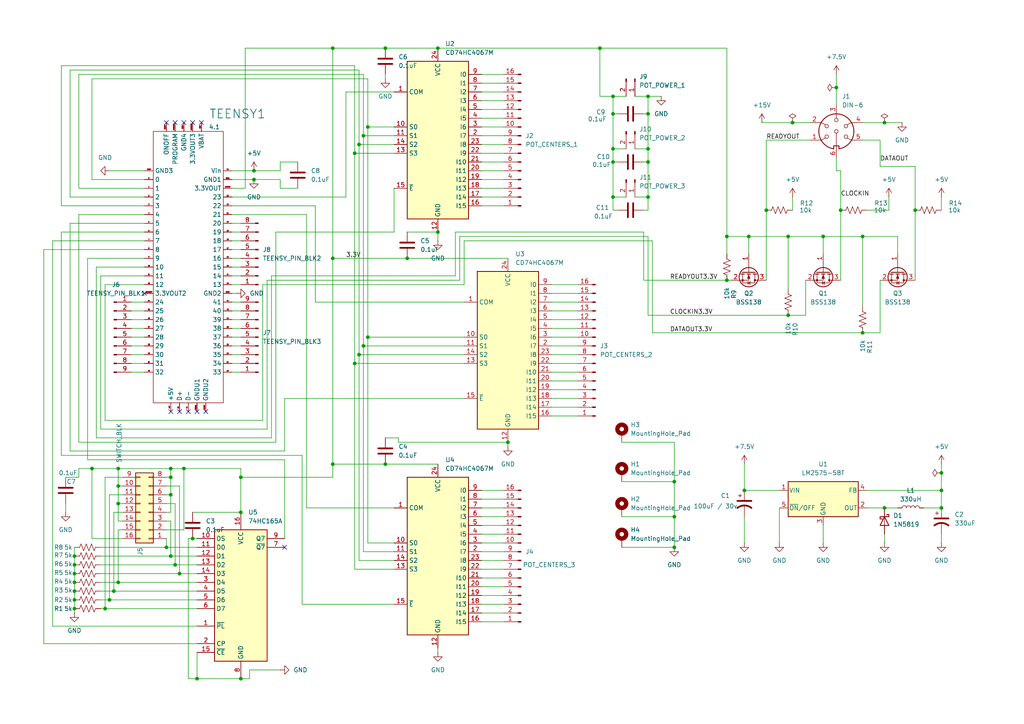
<source format=kicad_sch>
(kicad_sch (version 20250114) (generator "eeschema") (generator_version "9.0")
  (paper "A4")
  (title_block (title "Roland JX8P Controller Board") (date "2025-03-15") (rev "0.2") (company "SoftObject Systems"))
  (junction (at 256.54 35.56))
  (junction (at 49.53 161.29))
  (junction (at 55.88 156.21))
  (junction (at 187.96 46.99))
  (junction (at 177.8 43.18))
  (junction (at 30.48 176.53))
  (junction (at 49.53 143.51))
  (junction (at 127 13.97))
  (junction (at 187.96 27.94))
  (junction (at 31.75 173.99))
  (junction (at 243.84 60.96))
  (junction (at 34.29 140.97))
  (junction (at 177.8 46.99))
  (junction (at 242.57 25.4))
  (junction (at 195.58 158.75))
  (junction (at 69.85 148.59))
  (junction (at 96.52 74.93))
  (junction (at 273.05 147.32))
  (junction (at 34.29 146.05))
  (junction (at 111.76 134.62))
  (junction (at 187.96 57.15))
  (junction (at 48.26 158.75))
  (junction (at 187.96 43.18))
  (junction (at 105.41 39.37))
  (junction (at 273.05 137.16))
  (junction (at 33.02 171.45))
  (junction (at 96.52 13.97))
  (junction (at 228.6 91.44))
  (junction (at 21.59 166.37))
  (junction (at 256.54 147.32))
  (junction (at 215.9 142.24))
  (junction (at 49.53 138.43))
  (junction (at 210.82 68.58))
  (junction (at 105.41 100.33))
  (junction (at 50.8 163.83))
  (junction (at 69.85 138.43))
  (junction (at 106.68 97.79))
  (junction (at 73.66 52.07))
  (junction (at 222.25 60.96))
  (junction (at 21.59 161.29))
  (junction (at 49.53 135.89))
  (junction (at 34.29 168.91))
  (junction (at 73.66 49.53))
  (junction (at 34.29 135.89))
  (junction (at 102.87 105.41))
  (junction (at 217.17 68.58))
  (junction (at 104.14 41.91))
  (junction (at 21.59 173.99))
  (junction (at 187.96 33.02))
  (junction (at 53.34 135.89))
  (junction (at 238.76 68.58))
  (junction (at 57.15 196.85))
  (junction (at 21.59 171.45))
  (junction (at 104.14 102.87))
  (junction (at 69.85 196.85))
  (junction (at 21.59 176.53))
  (junction (at 229.87 35.56))
  (junction (at 118.11 74.93))
  (junction (at 26.67 135.89))
  (junction (at 52.07 166.37))
  (junction (at 177.8 33.02))
  (junction (at 250.19 96.52))
  (junction (at 265.43 60.96))
  (junction (at 173.99 13.97))
  (junction (at 102.87 44.45))
  (junction (at 147.32 128.27))
  (junction (at 195.58 149.86))
  (junction (at 210.82 81.28))
  (junction (at 111.76 13.97))
  (junction (at 21.59 163.83))
  (junction (at 106.68 36.83))
  (junction (at 177.8 57.15))
  (junction (at 250.19 68.58))
  (junction (at 273.05 142.24))
  (junction (at 21.59 168.91))
  (junction (at 177.8 27.94))
  (junction (at 195.58 139.7))
  (junction (at 127 67.31))
  (junction (at 96.52 134.62))
  (junction (at 228.6 68.58))
  (no_connect (at 50.8 35.56))
  (no_connect (at 58.42 35.56))
  (no_connect (at 57.15 119.38))
  (no_connect (at 54.61 119.38))
  (no_connect (at 59.69 119.38))
  (no_connect (at 55.88 35.56))
  (no_connect (at 49.53 119.38))
  (no_connect (at 52.07 119.38))
  (no_connect (at 41.91 85.09))
  (no_connect (at 53.34 35.56))
  (no_connect (at 82.55 158.75))
  (no_connect (at 48.26 35.56))
  (wire (pts (xy 41.91 54.61) (xy 22.86 54.61)))
  (wire (pts (xy 26.67 52.07) (xy 26.67 22.86)))
  (wire (pts (xy 12.7 186.69) (xy 57.15 186.69)))
  (wire (pts (xy 139.7 34.29) (xy 146.05 34.29)))
  (wire (pts (xy 48.26 143.51) (xy 49.53 143.51)))
  (wire (pts (xy 67.31 74.93) (xy 69.85 74.93)))
  (wire (pts (xy 106.68 97.79) (xy 134.62 97.79)))
  (wire (pts (xy 189.23 69.85) (xy 134.62 69.85)))
  (wire (pts (xy 180.34 128.27) (xy 195.58 128.27)))
  (wire (pts (xy 139.7 36.83) (xy 146.05 36.83)))
  (wire (pts (xy 21.59 168.91) (xy 21.59 171.45)))
  (wire (pts (xy 29.21 158.75) (xy 48.26 158.75)))
  (wire (pts (xy 19.05 146.05) (xy 19.05 148.59)))
  (wire (pts (xy 181.61 43.18) (xy 177.8 43.18)))
  (wire (pts (xy 187.96 46.99) (xy 187.96 43.18)))
  (wire (pts (xy 106.68 22.86) (xy 106.68 36.83)))
  (wire (pts (xy 132.08 80.01) (xy 78.74 80.01)))
  (wire (pts (xy 22.86 21.59) (xy 105.41 21.59)))
  (wire (pts (xy 67.31 54.61) (xy 71.12 54.61)))
  (wire (pts (xy 160.02 102.87) (xy 167.64 102.87)))
  (wire (pts (xy 251.46 142.24) (xy 273.05 142.24)))
  (wire (pts (xy 67.31 102.87) (xy 69.85 102.87)))
  (wire (pts (xy 111.76 134.62) (xy 96.52 134.62)))
  (wire (pts (xy 195.58 149.86) (xy 195.58 139.7)))
  (wire (pts (xy 217.17 68.58) (xy 217.17 73.66)))
  (wire (pts (xy 67.31 100.33) (xy 69.85 100.33)))
  (wire (pts (xy 255.27 96.52) (xy 255.27 81.28)))
  (wire (pts (xy 48.26 151.13) (xy 49.53 151.13)))
  (wire (pts (xy 69.85 138.43) (xy 69.85 148.59)))
  (wire (pts (xy 17.78 19.05) (xy 102.87 19.05)))
  (wire (pts (xy 21.59 158.75) (xy 21.59 161.29)))
  (wire (pts (xy 115.57 127) (xy 111.76 127)))
  (wire (pts (xy 50.8 163.83) (xy 57.15 163.83)))
  (wire (pts (xy 273.05 154.94) (xy 273.05 157.48)))
  (wire (pts (xy 78.74 127) (xy 27.94 127)))
  (wire (pts (xy 273.05 57.15) (xy 273.05 60.96)))
  (wire (pts (xy 160.02 113.03) (xy 167.64 113.03)))
  (wire (pts (xy 21.59 166.37) (xy 21.59 168.91)))
  (wire (pts (xy 242.57 49.53) (xy 242.57 45.72)))
  (wire (pts (xy 160.02 95.25) (xy 167.64 95.25)))
  (wire (pts (xy 114.3 157.48) (xy 106.68 157.48)))
  (wire (pts (xy 250.19 96.52) (xy 255.27 96.52)))
  (wire (pts (xy 29.21 124.46) (xy 29.21 80.01)))
  (wire (pts (xy 50.8 146.05) (xy 50.8 163.83)))
  (wire (pts (xy 160.02 120.65) (xy 167.64 120.65)))
  (wire (pts (xy 187.96 57.15) (xy 187.96 46.99)))
  (wire (pts (xy 67.31 87.63) (xy 69.85 87.63)))
  (wire (pts (xy 81.28 46.99) (xy 86.36 46.99)))
  (wire (pts (xy 160.02 90.17) (xy 167.64 90.17)))
  (wire (pts (xy 114.3 175.26) (xy 87.63 175.26)))
  (wire (pts (xy 139.7 24.13) (xy 146.05 24.13)))
  (wire (pts (xy 160.02 92.71) (xy 167.64 92.71)))
  (wire (pts (xy 48.26 158.75) (xy 57.15 158.75)))
  (wire (pts (xy 73.66 49.53) (xy 81.28 49.53)))
  (wire (pts (xy 187.96 27.94) (xy 187.96 33.02)))
  (wire (pts (xy 106.68 36.83) (xy 106.68 97.79)))
  (wire (pts (xy 72.39 194.31) (xy 81.28 194.31)))
  (wire (pts (xy 139.7 167.64) (xy 146.05 167.64)))
  (wire (pts (xy 160.02 110.49) (xy 167.64 110.49)))
  (wire (pts (xy 139.7 162.56) (xy 146.05 162.56)))
  (wire (pts (xy 52.07 166.37) (xy 57.15 166.37)))
  (wire (pts (xy 81.28 49.53) (xy 81.28 46.99)))
  (wire (pts (xy 139.7 57.15) (xy 146.05 57.15)))
  (wire (pts (xy 210.82 68.58) (xy 217.17 68.58)))
  (wire (pts (xy 17.78 132.08) (xy 17.78 67.31)))
  (wire (pts (xy 114.3 165.1) (xy 102.87 165.1)))
  (wire (pts (xy 69.85 196.85) (xy 57.15 196.85)))
  (wire (pts (xy 82.55 156.21) (xy 82.55 133.35)))
  (wire (pts (xy 250.19 68.58) (xy 238.76 68.58)))
  (wire (pts (xy 82.55 130.81) (xy 20.32 130.81)))
  (wire (pts (xy 67.31 105.41) (xy 69.85 105.41)))
  (wire (pts (xy 184.15 43.18) (xy 187.96 43.18)))
  (wire (pts (xy 29.21 168.91) (xy 34.29 168.91)))
  (wire (pts (xy 139.7 175.26) (xy 146.05 175.26)))
  (wire (pts (xy 29.21 80.01) (xy 41.91 80.01)))
  (wire (pts (xy 49.53 138.43) (xy 49.53 143.51)))
  (wire (pts (xy 139.7 154.94) (xy 146.05 154.94)))
  (wire (pts (xy 139.7 157.48) (xy 146.05 157.48)))
  (wire (pts (xy 67.31 90.17) (xy 69.85 90.17)))
  (wire (pts (xy 173.99 13.97) (xy 210.82 13.97)))
  (wire (pts (xy 34.29 135.89) (xy 34.29 140.97)))
  (wire (pts (xy 57.15 196.85) (xy 57.15 189.23)))
  (wire (pts (xy 100.33 26.67) (xy 114.3 26.67)))
  (wire (pts (xy 220.98 35.56) (xy 229.87 35.56)))
  (wire (pts (xy 38.1 95.25) (xy 41.91 95.25)))
  (wire (pts (xy 67.31 64.77) (xy 69.85 64.77)))
  (wire (pts (xy 38.1 87.63) (xy 41.91 87.63)))
  (wire (pts (xy 179.07 33.02) (xy 177.8 33.02)))
  (wire (pts (xy 12.7 72.39) (xy 12.7 186.69)))
  (wire (pts (xy 29.21 176.53) (xy 30.48 176.53)))
  (wire (pts (xy 177.8 27.94) (xy 181.61 27.94)))
  (wire (pts (xy 160.02 107.95) (xy 167.64 107.95)))
  (wire (pts (xy 139.7 170.18) (xy 146.05 170.18)))
  (wire (pts (xy 96.52 138.43) (xy 96.52 134.62)))
  (wire (pts (xy 134.62 115.57) (xy 82.55 115.57)))
  (wire (pts (xy 88.9 147.32) (xy 114.3 147.32)))
  (wire (pts (xy 26.67 22.86) (xy 106.68 22.86)))
  (wire (pts (xy 22.86 54.61) (xy 22.86 21.59)))
  (wire (pts (xy 195.58 139.7) (xy 180.34 139.7)))
  (wire (pts (xy 189.23 96.52) (xy 250.19 96.52)))
  (wire (pts (xy 82.55 115.57) (xy 82.55 130.81)))
  (wire (pts (xy 21.59 163.83) (xy 21.59 166.37)))
  (wire (pts (xy 187.96 43.18) (xy 187.96 33.02)))
  (wire (pts (xy 228.6 91.44) (xy 233.68 91.44)))
  (wire (pts (xy 17.78 59.69) (xy 17.78 19.05)))
  (wire (pts (xy 229.87 57.15) (xy 229.87 60.96)))
  (wire (pts (xy 31.75 49.53) (xy 41.91 49.53)))
  (wire (pts (xy 256.54 35.56) (xy 261.62 35.56)))
  (wire (pts (xy 105.41 100.33) (xy 134.62 100.33)))
  (wire (pts (xy 222.25 40.64) (xy 222.25 60.96)))
  (wire (pts (xy 256.54 154.94) (xy 256.54 157.48)))
  (wire (pts (xy 33.02 148.59) (xy 33.02 171.45)))
  (wire (pts (xy 102.87 19.05) (xy 102.87 44.45)))
  (wire (pts (xy 55.88 148.59) (xy 69.85 148.59)))
  (wire (pts (xy 267.97 147.32) (xy 273.05 147.32)))
  (wire (pts (xy 48.26 140.97) (xy 52.07 140.97)))
  (wire (pts (xy 257.81 60.96) (xy 257.81 57.15)))
  (wire (pts (xy 139.7 59.69) (xy 146.05 59.69)))
  (wire (pts (xy 25.4 133.35) (xy 25.4 74.93)))
  (wire (pts (xy 48.26 138.43) (xy 49.53 138.43)))
  (wire (pts (xy 102.87 165.1) (xy 102.87 105.41)))
  (wire (pts (xy 91.44 59.69) (xy 91.44 87.63)))
  (wire (pts (xy 35.56 138.43) (xy 30.48 138.43)))
  (wire (pts (xy 105.41 100.33) (xy 105.41 160.02)))
  (wire (pts (xy 139.7 26.67) (xy 146.05 26.67)))
  (wire (pts (xy 139.7 160.02) (xy 146.05 160.02)))
  (wire (pts (xy 114.3 54.61) (xy 114.3 67.31)))
  (wire (pts (xy 35.56 153.67) (xy 34.29 153.67)))
  (wire (pts (xy 114.3 162.56) (xy 104.14 162.56)))
  (wire (pts (xy 139.7 39.37) (xy 146.05 39.37)))
  (wire (pts (xy 226.06 142.24) (xy 215.9 142.24)))
  (wire (pts (xy 226.06 147.32) (xy 226.06 157.48)))
  (wire (pts (xy 139.7 31.75) (xy 146.05 31.75)))
  (wire (pts (xy 127 13.97) (xy 111.76 13.97)))
  (wire (pts (xy 30.48 82.55) (xy 41.91 82.55)))
  (wire (pts (xy 127 134.62) (xy 111.76 134.62)))
  (wire (pts (xy 21.59 173.99) (xy 21.59 176.53)))
  (wire (pts (xy 222.25 60.96) (xy 222.25 81.28)))
  (wire (pts (xy 35.56 148.59) (xy 33.02 148.59)))
  (wire (pts (xy 160.02 105.41) (xy 167.64 105.41)))
  (wire (pts (xy 67.31 69.85) (xy 69.85 69.85)))
  (wire (pts (xy 160.02 97.79) (xy 167.64 97.79)))
  (wire (pts (xy 173.99 27.94) (xy 177.8 27.94)))
  (wire (pts (xy 184.15 57.15) (xy 187.96 57.15)))
  (wire (pts (xy 187.96 57.15) (xy 187.96 60.96)))
  (wire (pts (xy 243.84 60.96) (xy 243.84 49.53)))
  (wire (pts (xy 127 187.96) (xy 127 189.23)))
  (wire (pts (xy 54.61 196.85) (xy 57.15 196.85)))
  (wire (pts (xy 15.24 181.61) (xy 57.15 181.61)))
  (wire (pts (xy 217.17 68.58) (xy 228.6 68.58)))
  (wire (pts (xy 20.32 130.81) (xy 20.32 64.77)))
  (wire (pts (xy 160.02 85.09) (xy 167.64 85.09)))
  (wire (pts (xy 139.7 177.8) (xy 146.05 177.8)))
  (wire (pts (xy 67.31 77.47) (xy 69.85 77.47)))
  (wire (pts (xy 21.59 161.29) (xy 21.59 163.83)))
  (wire (pts (xy 33.02 171.45) (xy 57.15 171.45)))
  (wire (pts (xy 67.31 107.95) (xy 69.85 107.95)))
  (wire (pts (xy 139.7 21.59) (xy 146.05 21.59)))
  (wire (pts (xy 106.68 36.83) (xy 114.3 36.83)))
  (wire (pts (xy 256.54 147.32) (xy 260.35 147.32)))
  (wire (pts (xy 127 13.97) (xy 173.99 13.97)))
  (wire (pts (xy 260.35 68.58) (xy 250.19 68.58)))
  (wire (pts (xy 67.31 52.07) (xy 73.66 52.07)))
  (wire (pts (xy 67.31 92.71) (xy 69.85 92.71)))
  (wire (pts (xy 67.31 97.79) (xy 69.85 97.79)))
  (wire (pts (xy 115.57 128.27) (xy 115.57 127)))
  (wire (pts (xy 139.7 41.91) (xy 146.05 41.91)))
  (wire (pts (xy 54.61 156.21) (xy 54.61 196.85)))
  (wire (pts (xy 22.86 62.23) (xy 41.91 62.23)))
  (wire (pts (xy 53.34 135.89) (xy 49.53 135.89)))
  (wire (pts (xy 69.85 138.43) (xy 69.85 135.89)))
  (wire (pts (xy 30.48 121.92) (xy 30.48 82.55)))
  (wire (pts (xy 147.32 128.27) (xy 147.32 129.54)))
  (wire (pts (xy 177.8 57.15) (xy 177.8 46.99)))
  (wire (pts (xy 41.91 57.15) (xy 20.32 57.15)))
  (wire (pts (xy 41.91 69.85) (xy 15.24 69.85)))
  (wire (pts (xy 104.14 20.32) (xy 104.14 41.91)))
  (wire (pts (xy 139.7 44.45) (xy 146.05 44.45)))
  (wire (pts (xy 77.47 124.46) (xy 29.21 124.46)))
  (wire (pts (xy 34.29 135.89) (xy 49.53 135.89)))
  (wire (pts (xy 38.1 107.95) (xy 41.91 107.95)))
  (wire (pts (xy 160.02 100.33) (xy 167.64 100.33)))
  (wire (pts (xy 80.01 67.31) (xy 80.01 128.27)))
  (wire (pts (xy 67.31 67.31) (xy 69.85 67.31)))
  (wire (pts (xy 96.52 74.93) (xy 96.52 13.97)))
  (wire (pts (xy 181.61 57.15) (xy 177.8 57.15)))
  (wire (pts (xy 118.11 74.93) (xy 96.52 74.93)))
  (wire (pts (xy 243.84 81.28) (xy 243.84 60.96)))
  (wire (pts (xy 76.2 82.55) (xy 76.2 121.92)))
  (wire (pts (xy 67.31 82.55) (xy 69.85 82.55)))
  (wire (pts (xy 29.21 166.37) (xy 52.07 166.37)))
  (wire (pts (xy 25.4 74.93) (xy 41.91 74.93)))
  (wire (pts (xy 19.05 138.43) (xy 22.86 138.43)))
  (wire (pts (xy 34.29 146.05) (xy 34.29 140.97)))
  (wire (pts (xy 180.34 158.75) (xy 195.58 158.75)))
  (wire (pts (xy 53.34 135.89) (xy 53.34 153.67)))
  (wire (pts (xy 106.68 157.48) (xy 106.68 97.79)))
  (wire (pts (xy 82.55 133.35) (xy 25.4 133.35)))
  (wire (pts (xy 35.56 146.05) (xy 34.29 146.05)))
  (wire (pts (xy 210.82 81.28) (xy 212.09 81.28)))
  (wire (pts (xy 118.11 67.31) (xy 127 67.31)))
  (wire (pts (xy 132.08 67.31) (xy 132.08 80.01)))
  (wire (pts (xy 49.53 161.29) (xy 57.15 161.29)))
  (wire (pts (xy 69.85 135.89) (xy 53.34 135.89)))
  (wire (pts (xy 251.46 60.96) (xy 257.81 60.96)))
  (wire (pts (xy 38.1 102.87) (xy 41.91 102.87)))
  (wire (pts (xy 104.14 41.91) (xy 114.3 41.91)))
  (wire (pts (xy 49.53 135.89) (xy 49.53 138.43)))
  (wire (pts (xy 134.62 102.87) (xy 104.14 102.87)))
  (wire (pts (xy 186.69 67.31) (xy 186.69 81.28)))
  (wire (pts (xy 34.29 153.67) (xy 34.29 168.91)))
  (wire (pts (xy 139.7 29.21) (xy 146.05 29.21)))
  (wire (pts (xy 104.14 102.87) (xy 104.14 41.91)))
  (wire (pts (xy 179.07 60.96) (xy 177.8 60.96)))
  (wire (pts (xy 35.56 143.51) (xy 31.75 143.51)))
  (wire (pts (xy 210.82 13.97) (xy 210.82 68.58)))
  (wire (pts (xy 105.41 21.59) (xy 105.41 39.37)))
  (wire (pts (xy 180.34 149.86) (xy 195.58 149.86)))
  (wire (pts (xy 48.26 156.21) (xy 48.26 158.75)))
  (wire (pts (xy 29.21 161.29) (xy 49.53 161.29)))
  (wire (pts (xy 49.53 151.13) (xy 49.53 161.29)))
  (wire (pts (xy 34.29 168.91) (xy 57.15 168.91)))
  (wire (pts (xy 100.33 57.15) (xy 100.33 26.67)))
  (wire (pts (xy 41.91 59.69) (xy 17.78 59.69)))
  (wire (pts (xy 139.7 152.4) (xy 146.05 152.4)))
  (wire (pts (xy 29.21 171.45) (xy 33.02 171.45)))
  (wire (pts (xy 96.52 134.62) (xy 96.52 74.93)))
  (wire (pts (xy 67.31 57.15) (xy 100.33 57.15)))
  (wire (pts (xy 29.21 163.83) (xy 50.8 163.83)))
  (wire (pts (xy 17.78 67.31) (xy 41.91 67.31)))
  (wire (pts (xy 105.41 39.37) (xy 105.41 100.33)))
  (wire (pts (xy 273.05 134.62) (xy 273.05 137.16)))
  (wire (pts (xy 38.1 100.33) (xy 41.91 100.33)))
  (wire (pts (xy 222.25 40.64) (xy 234.95 40.64)))
  (wire (pts (xy 31.75 173.99) (xy 57.15 173.99)))
  (wire (pts (xy 30.48 138.43) (xy 30.48 176.53)))
  (wire (pts (xy 228.6 68.58) (xy 228.6 83.82)))
  (wire (pts (xy 105.41 160.02) (xy 114.3 160.02)))
  (wire (pts (xy 86.36 54.61) (xy 81.28 54.61)))
  (wire (pts (xy 187.96 27.94) (xy 191.77 27.94)))
  (wire (pts (xy 114.3 67.31) (xy 80.01 67.31)))
  (wire (pts (xy 77.47 81.28) (xy 77.47 124.46)))
  (wire (pts (xy 250.19 68.58) (xy 250.19 88.9)))
  (wire (pts (xy 72.39 196.85) (xy 69.85 196.85)))
  (wire (pts (xy 228.6 68.58) (xy 238.76 68.58)))
  (wire (pts (xy 67.31 62.23) (xy 88.9 62.23)))
  (wire (pts (xy 71.12 13.97) (xy 71.12 54.61)))
  (wire (pts (xy 111.76 21.59) (xy 111.76 22.86)))
  (wire (pts (xy 41.91 52.07) (xy 26.67 52.07)))
  (wire (pts (xy 186.69 81.28) (xy 210.82 81.28)))
  (wire (pts (xy 160.02 118.11) (xy 167.64 118.11)))
  (wire (pts (xy 80.01 128.27) (xy 22.86 128.27)))
  (wire (pts (xy 31.75 143.51) (xy 31.75 173.99)))
  (wire (pts (xy 238.76 152.4) (xy 238.76 157.48)))
  (wire (pts (xy 48.26 146.05) (xy 50.8 146.05)))
  (wire (pts (xy 96.52 13.97) (xy 71.12 13.97)))
  (wire (pts (xy 104.14 162.56) (xy 104.14 102.87)))
  (wire (pts (xy 67.31 72.39) (xy 69.85 72.39)))
  (wire (pts (xy 34.29 135.89) (xy 26.67 135.89)))
  (wire (pts (xy 255.27 48.26) (xy 265.43 48.26)))
  (wire (pts (xy 67.31 80.01) (xy 69.85 80.01)))
  (wire (pts (xy 139.7 144.78) (xy 146.05 144.78)))
  (wire (pts (xy 78.74 80.01) (xy 78.74 127)))
  (wire (pts (xy 160.02 82.55) (xy 167.64 82.55)))
  (wire (pts (xy 134.62 69.85) (xy 134.62 82.55)))
  (wire (pts (xy 273.05 137.16) (xy 273.05 142.24)))
  (wire (pts (xy 67.31 49.53) (xy 73.66 49.53)))
  (wire (pts (xy 177.8 43.18) (xy 177.8 33.02)))
  (wire (pts (xy 27.94 127) (xy 27.94 77.47)))
  (wire (pts (xy 55.88 156.21) (xy 54.61 156.21)))
  (wire (pts (xy 186.69 60.96) (xy 187.96 60.96)))
  (wire (pts (xy 173.99 13.97) (xy 173.99 27.94)))
  (wire (pts (xy 29.21 173.99) (xy 31.75 173.99)))
  (wire (pts (xy 195.58 158.75) (xy 195.58 149.86)))
  (wire (pts (xy 81.28 54.61) (xy 81.28 52.07)))
  (wire (pts (xy 26.67 135.89) (xy 22.86 135.89)))
  (wire (pts (xy 21.59 171.45) (xy 21.59 173.99)))
  (wire (pts (xy 69.85 138.43) (xy 96.52 138.43)))
  (wire (pts (xy 35.56 140.97) (xy 34.29 140.97)))
  (wire (pts (xy 38.1 105.41) (xy 41.91 105.41)))
  (wire (pts (xy 73.66 52.07) (xy 81.28 52.07)))
  (wire (pts (xy 91.44 87.63) (xy 134.62 87.63)))
  (wire (pts (xy 38.1 90.17) (xy 41.91 90.17)))
  (wire (pts (xy 72.39 194.31) (xy 72.39 196.85)))
  (wire (pts (xy 67.31 95.25) (xy 69.85 95.25)))
  (wire (pts (xy 139.7 149.86) (xy 146.05 149.86)))
  (wire (pts (xy 139.7 52.07) (xy 146.05 52.07)))
  (wire (pts (xy 255.27 40.64) (xy 255.27 48.26)))
  (wire (pts (xy 21.59 176.53) (xy 21.59 177.8)))
  (wire (pts (xy 20.32 20.32) (xy 104.14 20.32)))
  (wire (pts (xy 243.84 49.53) (xy 242.57 49.53)))
  (wire (pts (xy 139.7 46.99) (xy 146.05 46.99)))
  (wire (pts (xy 187.96 91.44) (xy 228.6 91.44)))
  (wire (pts (xy 139.7 49.53) (xy 146.05 49.53)))
  (wire (pts (xy 251.46 147.32) (xy 256.54 147.32)))
  (wire (pts (xy 250.19 40.64) (xy 255.27 40.64)))
  (wire (pts (xy 87.63 132.08) (xy 87.63 175.26)))
  (wire (pts (xy 187.96 68.58) (xy 187.96 91.44)))
  (wire (pts (xy 102.87 105.41) (xy 102.87 44.45)))
  (wire (pts (xy 139.7 165.1) (xy 146.05 165.1)))
  (wire (pts (xy 139.7 180.34) (xy 146.05 180.34)))
  (wire (pts (xy 147.32 74.93) (xy 118.11 74.93)))
  (wire (pts (xy 105.41 39.37) (xy 114.3 39.37)))
  (wire (pts (xy 17.78 132.08) (xy 87.63 132.08)))
  (wire (pts (xy 49.53 148.59) (xy 49.53 143.51)))
  (wire (pts (xy 48.26 153.67) (xy 53.34 153.67)))
  (wire (pts (xy 160.02 87.63) (xy 167.64 87.63)))
  (wire (pts (xy 186.69 33.02) (xy 187.96 33.02)))
  (wire (pts (xy 67.31 59.69) (xy 91.44 59.69)))
  (wire (pts (xy 48.26 148.59) (xy 49.53 148.59)))
  (wire (pts (xy 238.76 68.58) (xy 238.76 73.66)))
  (wire (pts (xy 76.2 121.92) (xy 30.48 121.92)))
  (wire (pts (xy 177.8 46.99) (xy 177.8 43.18)))
  (wire (pts (xy 111.76 13.97) (xy 96.52 13.97)))
  (wire (pts (xy 127 67.31) (xy 127 69.85)))
  (wire (pts (xy 27.94 77.47) (xy 41.91 77.47)))
  (wire (pts (xy 133.35 68.58) (xy 133.35 81.28)))
  (wire (pts (xy 35.56 151.13) (xy 34.29 151.13)))
  (wire (pts (xy 38.1 97.79) (xy 41.91 97.79)))
  (wire (pts (xy 139.7 147.32) (xy 146.05 147.32)))
  (wire (pts (xy 38.1 92.71) (xy 41.91 92.71)))
  (wire (pts (xy 184.15 27.94) (xy 187.96 27.94)))
  (wire (pts (xy 229.87 35.56) (xy 234.95 35.56)))
  (wire (pts (xy 134.62 82.55) (xy 76.2 82.55)))
  (wire (pts (xy 242.57 25.4) (xy 242.57 30.48)))
  (wire (pts (xy 265.43 60.96) (xy 265.43 81.28)))
  (wire (pts (xy 139.7 142.24) (xy 146.05 142.24)))
  (wire (pts (xy 26.67 156.21) (xy 26.67 135.89)))
  (wire (pts (xy 41.91 72.39) (xy 12.7 72.39)))
  (wire (pts (xy 22.86 128.27) (xy 22.86 62.23)))
  (wire (pts (xy 195.58 128.27) (xy 195.58 139.7)))
  (wire (pts (xy 186.69 67.31) (xy 132.08 67.31)))
  (wire (pts (xy 177.8 46.99) (xy 179.07 46.99)))
  (wire (pts (xy 242.57 21.59) (xy 242.57 25.4)))
  (wire (pts (xy 215.9 149.86) (xy 215.9 157.48)))
  (wire (pts (xy 139.7 172.72) (xy 146.05 172.72)))
  (wire (pts (xy 233.68 91.44) (xy 233.68 81.28)))
  (wire (pts (xy 187.96 68.58) (xy 133.35 68.58)))
  (wire (pts (xy 260.35 73.66) (xy 260.35 68.58)))
  (wire (pts (xy 34.29 151.13) (xy 34.29 146.05)))
  (wire (pts (xy 177.8 27.94) (xy 177.8 33.02)))
  (wire (pts (xy 15.24 69.85) (xy 15.24 181.61)))
  (wire (pts (xy 88.9 62.23) (xy 88.9 147.32)))
  (wire (pts (xy 210.82 68.58) (xy 210.82 73.66)))
  (wire (pts (xy 68.58 85.09) (xy 67.31 85.09)))
  (wire (pts (xy 265.43 48.26) (xy 265.43 60.96)))
  (wire (pts (xy 20.32 57.15) (xy 20.32 20.32)))
  (wire (pts (xy 160.02 115.57) (xy 167.64 115.57)))
  (wire (pts (xy 186.69 46.99) (xy 187.96 46.99)))
  (wire (pts (xy 30.48 176.53) (xy 57.15 176.53)))
  (wire (pts (xy 250.19 35.56) (xy 256.54 35.56)))
  (wire (pts (xy 273.05 142.24) (xy 273.05 147.32)))
  (wire (pts (xy 52.07 140.97) (xy 52.07 166.37)))
  (wire (pts (xy 134.62 105.41) (xy 102.87 105.41)))
  (wire (pts (xy 133.35 81.28) (xy 77.47 81.28)))
  (wire (pts (xy 115.57 128.27) (xy 147.32 128.27)))
  (wire (pts (xy 102.87 44.45) (xy 114.3 44.45)))
  (wire (pts (xy 22.86 135.89) (xy 22.86 138.43)))
  (wire (pts (xy 35.56 156.21) (xy 26.67 156.21)))
  (wire (pts (xy 189.23 69.85) (xy 189.23 96.52)))
  (wire (pts (xy 20.32 64.77) (xy 41.91 64.77)))
  (wire (pts (xy 215.9 134.62) (xy 215.9 142.24)))
  (wire (pts (xy 139.7 54.61) (xy 146.05 54.61)))
  (wire (pts (xy 177.8 57.15) (xy 177.8 60.96)))
  (wire (pts (xy 57.15 156.21) (xy 55.88 156.21)))
  (label "CLOCKIN3.3V" (at 194.31 91.44 0))
  (label "READYOUT3.3V" (at 194.31 81.28 0))
  (label "DATAOUT" (at 255.27 46.99 0))
  (label "CLOCKIN" (at 243.84 57.15 0))
  (label "READYOUT" (at 222.25 40.64 0))
  (label "DATAOUT3.3V" (at 194.31 96.52 0))
  (label "3.3V" (at 100.33 74.93 0))
  (symbol (lib_id "power:+3.3V") (at 257.81 57.15 0) (unit 1)
    (property "Reference" "#PWR024" (effects (hide yes)))
    (property "Value" "+5V" (at 257.81 52.07 0))
    (property "Description" "Power symbol creates a global label with name \"+3.3V\"" (effects (hide yes)))
  )
  (symbol (lib_id "power:GND") (at 191.77 27.94 0) (unit 1)
    (property "Reference" "#PWR027" (effects (hide yes)))
    (property "Value" "GND" (at 191.77 33.02 0))
    (property "Description" "Power symbol creates a global label with name \"GND\" , ground" (effects (hide yes)))
  )
  (symbol (lib_id "Diode:1N5822") (at 256.54 151.13 270) (unit 1)
    (property "Reference" "D1" (at 259.08 149.5424 90) (effects (justify left)))
    (property "Value" "1N5819" (at 259.08 152.0824 90) (effects (justify left)))
    (property "Footprint" "Diode_THT:D_DO-15_P10.16mm_Horizontal" (effects (hide yes)))
    (property "Datasheet" "http://www.vishay.com/docs/88526/1n5820.pdf" (effects (hide yes)))
    (property "Description" "40V 3A Schottky Barrier Rectifier Diode, DO-201AD" (effects (hide yes)))
  )
  (symbol (lib_id "Connector_Generic:Conn_02x08_Counter_Clockwise") (at 43.18 148.59 180) (unit 1)
    (property "Reference" "J5" (at 40.6399 158.75 90) (effects (justify left)))
    (property "Value" "SWITCH_BLK" (at 34.544 122.682 90) (effects (justify left)))
    (property "Footprint" "Connector_PinHeader_2.54mm:PinHeader_2x08_P2.54mm_Vertical" (effects (hide yes)))
    (property "Description" "Generic connector, double row, 02x08, counter clockwise pin numbering scheme (similar to DIP package numbering), script generated (kicad-library-utils/schlib/autogen/connector/)" (effects (hide yes)))
  )
  (symbol (lib_id "Device:R_US") (at 25.4 173.99 90) (unit 1)
    (property "Reference" "R2" (at 17.018 173.99 90))
    (property "Value" "5k" (at 19.812 173.99 90))
    (property "Footprint" "Resistor_THT:R_Axial_DIN0204_L3.6mm_D1.6mm_P7.62mm_Horizontal" (effects (hide yes)))
    (property "Description" "Resistor, US symbol" (effects (hide yes)))
  )
  (symbol (lib_id "Device:R_US") (at 25.4 166.37 90) (unit 1)
    (property "Reference" "R5" (at 17.018 166.116 90))
    (property "Value" "5k" (at 19.812 166.116 90))
    (property "Footprint" "Resistor_THT:R_Axial_DIN0204_L3.6mm_D1.6mm_P7.62mm_Horizontal" (effects (hide yes)))
    (property "Description" "Resistor, US symbol" (effects (hide yes)))
  )
  (symbol (lib_id "JoesSymbols:TEENSY") (at 57.15 63.5 0) (unit 1)
    (property "Reference" "TEENSY1" (at 60.5633 33.02 0) (effects (font (size 2.54 2.54)) (justify left)))
    (property "Value" "4.1" (at 60.5633 36.83 0) (effects (justify left)))
    (property "Footprint" "JoesStuff:Teensy4.1" (effects (hide yes)))
  )
  (symbol (lib_id "Device:C") (at 182.88 33.02 90) (unit 1)
    (property "Reference" "C9" (at 174.244 32.512 90))
    (property "Value" "0.1uF" (at 173.228 34.544 90))
    (property "Footprint" "Capacitor_THT:C_Disc_D5.0mm_W2.5mm_P2.50mm" (effects (hide yes)))
    (property "Description" "Unpolarized capacitor" (effects (hide yes)))
  )
  (symbol (lib_id "Transistor_FET:BSS138") (at 260.35 78.74 270) (unit 1)
    (property "Reference" "Q3" (at 260.35 85.09 90))
    (property "Value" "BSS138" (at 260.35 87.63 90))
    (property "Footprint" "Package_TO_SOT_SMD:SOT-23" (effects (hide yes)))
    (property "Datasheet" "https://www.onsemi.com/pub/Collateral/BSS138-D.PDF" (effects (hide yes)))
    (property "Description" "50V Vds, 0.22A Id, N-Channel MOSFET, SOT-23" (effects (hide yes)))
  )
  (symbol (lib_id "Device:R_US") (at 210.82 77.47 180) (unit 1)
    (property "Reference" "R9" (at 212.852 85.344 90))
    (property "Value" "10k" (at 210.82 85.09 90))
    (property "Footprint" "Resistor_THT:R_Axial_DIN0204_L3.6mm_D1.6mm_P7.62mm_Horizontal" (effects (hide yes)))
    (property "Description" "Resistor, US symbol" (effects (hide yes)))
  )
  (symbol (lib_id "Device:R_US") (at 25.4 163.83 90) (unit 1)
    (property "Reference" "R6" (at 17.018 163.576 90))
    (property "Value" "5k" (at 19.812 163.576 90))
    (property "Footprint" "Resistor_THT:R_Axial_DIN0204_L3.6mm_D1.6mm_P7.62mm_Horizontal" (effects (hide yes)))
    (property "Description" "Resistor, US symbol" (effects (hide yes)))
  )
  (symbol (lib_id "Regulator_Switching:LM2575-3.3BT") (at 238.76 144.78 0) (unit 1)
    (property "Reference" "U1" (at 238.76 134.62 0))
    (property "Value" "LM2575-5BT" (at 238.76 137.16 0))
    (property "Footprint" "Package_TO_SOT_THT:TO-220-5_Vertical" (effects (hide yes)))
    (property "Datasheet" "http://ww1.microchip.com/downloads/en/DeviceDoc/lm2575.pdf" (effects (hide yes)))
    (property "Description" "Fixed 3.3V 52kHz Simple 1A Buck Regulator, TO-220-5" (effects (hide yes)))
  )
  (symbol (lib_id "Device:R_US") (at 25.4 158.75 90) (unit 1)
    (property "Reference" "R8" (at 17.018 158.75 90))
    (property "Value" "5k" (at 19.812 158.75 90))
    (property "Footprint" "Resistor_THT:R_Axial_DIN0204_L3.6mm_D1.6mm_P7.62mm_Horizontal" (effects (hide yes)))
    (property "Description" "Resistor, US symbol" (effects (hide yes)))
  )
  (symbol (lib_id "Device:R_US") (at 228.6 87.63 180) (unit 1)
    (property "Reference" "R10" (at 230.632 95.504 90))
    (property "Value" "10k" (at 228.6 95.25 90))
    (property "Footprint" "Resistor_THT:R_Axial_DIN0204_L3.6mm_D1.6mm_P7.62mm_Horizontal" (effects (hide yes)))
    (property "Description" "Resistor, US symbol" (effects (hide yes)))
  )
  (symbol (lib_id "Transistor_FET:BSS138") (at 238.76 78.74 270) (unit 1)
    (property "Reference" "Q1" (at 238.76 85.09 90))
    (property "Value" "BSS138" (at 238.76 87.63 90))
    (property "Footprint" "Package_TO_SOT_SMD:SOT-23" (effects (hide yes)))
    (property "Datasheet" "https://www.onsemi.com/pub/Collateral/BSS138-D.PDF" (effects (hide yes)))
    (property "Description" "50V Vds, 0.22A Id, N-Channel MOSFET, SOT-23" (effects (hide yes)))
  )
  (symbol (lib_id "power:GND") (at 273.05 157.48 0) (unit 1)
    (property "Reference" "#PWR09" (effects (hide yes)))
    (property "Value" "GND" (at 273.05 162.56 0))
    (property "Description" "Power symbol creates a global label with name \"GND\" , ground" (effects (hide yes)))
  )
  (symbol (lib_id "Connector:Conn_01x02_Pin") (at 184.15 38.1 270) (unit 1)
    (property "Reference" "J10" (at 185.42 37.4649 90) (effects (justify left)))
    (property "Value" "POT_POWER_2" (at 185.42 40.0049 90) (effects (justify left)))
    (property "Footprint" "Connector_PinHeader_2.54mm:PinHeader_1x02_P2.54mm_Vertical" (effects (hide yes)))
    (property "Description" "Generic connector, single row, 01x02, script generated" (effects (hide yes)))
  )
  (symbol (lib_id "Connector:Conn_01x02_Pin") (at 184.15 52.07 270) (unit 1)
    (property "Reference" "J11" (at 185.42 51.4349 90) (effects (justify left)))
    (property "Value" "POT_POWER_3" (at 185.42 53.9749 90) (effects (justify left)))
    (property "Footprint" "Connector_PinHeader_2.54mm:PinHeader_1x02_P2.54mm_Vertical" (effects (hide yes)))
    (property "Description" "Generic connector, single row, 01x02, script generated" (effects (hide yes)))
  )
  (symbol (lib_id "Device:C") (at 182.88 46.99 90) (unit 1)
    (property "Reference" "C10" (at 175.006 45.466 90))
    (property "Value" "0.1uF" (at 174.498 47.752 90))
    (property "Footprint" "Capacitor_THT:C_Disc_D5.0mm_W2.5mm_P2.50mm" (effects (hide yes)))
    (property "Description" "Unpolarized capacitor" (effects (hide yes)))
  )
  (symbol (lib_id "power:+7.5V") (at 215.9 134.62 0) (unit 1)
    (property "Reference" "#PWR04" (effects (hide yes)))
    (property "Value" "+7.5V" (at 215.9 129.54 0))
    (property "Description" "Power symbol creates a global label with name \"+7.5V\"" (effects (hide yes)))
  )
  (symbol (lib_id "power:GND") (at 226.06 157.48 0) (unit 1)
    (property "Reference" "#PWR06" (effects (hide yes)))
    (property "Value" "GND" (at 226.06 162.56 0))
    (property "Description" "Power symbol creates a global label with name \"GND\" , ground" (effects (hide yes)))
  )
  (symbol (lib_id "Device:C") (at 111.76 130.81 0) (unit 1)
    (property "Reference" "C4" (at 115.57 129.5399 0) (effects (justify left)))
    (property "Value" "0.1uF" (at 115.57 132.0799 0) (effects (justify left)))
    (property "Footprint" "Capacitor_THT:C_Disc_D5.0mm_W2.5mm_P2.50mm" (effects (hide yes)))
    (property "Description" "Unpolarized capacitor" (effects (hide yes)))
  )
  (symbol (lib_id "Device:R_US") (at 25.4 168.91 90) (unit 1)
    (property "Reference" "R4" (at 17.018 168.656 90))
    (property "Value" "5k" (at 19.812 168.656 90))
    (property "Footprint" "Resistor_THT:R_Axial_DIN0204_L3.6mm_D1.6mm_P7.62mm_Horizontal" (effects (hide yes)))
    (property "Description" "Resistor, US symbol" (effects (hide yes)))
  )
  (symbol (lib_id "power:GND") (at 19.05 148.59 0) (unit 1)
    (property "Reference" "#PWR021" (effects (hide yes)))
    (property "Value" "GND" (at 19.05 153.67 0))
    (property "Description" "Power symbol creates a global label with name \"GND\" , ground" (effects (hide yes)))
  )
  (symbol (lib_id "power:PWR_FLAG") (at 242.57 25.4 90) (unit 1)
    (property "Reference" "#FLG02" (effects (hide yes)))
    (property "Value" "PWR_FLAG" (effects (hide yes)))
    (property "Description" "Special symbol for telling ERC where power comes from" (effects (hide yes)))
  )
  (symbol (lib_id "power:GND") (at 238.76 157.48 0) (unit 1)
    (property "Reference" "#PWR07" (effects (hide yes)))
    (property "Value" "GND" (at 238.76 162.56 0))
    (property "Description" "Power symbol creates a global label with name \"GND\" , ground" (effects (hide yes)))
  )
  (symbol (lib_id "74xx:74HC165") (at 69.85 171.45 0) (unit 1)
    (property "Reference" "U5" (at 71.9933 148.59 0) (effects (justify left)))
    (property "Value" "74HC165A" (at 71.9933 151.13 0) (effects (justify left)))
    (property "Footprint" "Package_DIP:DIP-16_W7.62mm" (effects (hide yes)))
    (property "Datasheet" "https://assets.nexperia.com/documents/data-sheet/74HC_HCT165.pdf" (effects (hide yes)))
    (property "Description" "Shift Register, 8-bit, Parallel Load" (effects (hide yes)))
  )
  (symbol (lib_id "power:GND") (at 31.75 49.53 270) (unit 1)
    (property "Reference" "#PWR013" (effects (hide yes)))
    (property "Value" "GND" (at 30.48 45.72 90))
    (property "Description" "Power symbol creates a global label with name \"GND\" , ground" (effects (hide yes)))
  )
  (symbol (lib_id "power:+3.3V") (at 273.05 57.15 0) (unit 1)
    (property "Reference" "#PWR025" (effects (hide yes)))
    (property "Value" "+5V" (at 273.05 52.07 0))
    (property "Description" "Power symbol creates a global label with name \"+3.3V\"" (effects (hide yes)))
  )
  (symbol (lib_id "power:GND") (at 21.59 177.8 0) (unit 1)
    (property "Reference" "#PWR020" (effects (hide yes)))
    (property "Value" "GND" (at 21.59 182.88 0))
    (property "Description" "Power symbol creates a global label with name \"GND\" , ground" (effects (hide yes)))
  )
  (symbol (lib_id "Mechanical:MountingHole_Pad") (at 180.34 156.21 0) (unit 1) (exclude_from_sim yes) (in_bom no)
    (property "Reference" "H4" (at 182.88 153.6699 0) (effects (justify left)))
    (property "Value" "MountingHole_Pad" (at 182.88 156.2099 0) (effects (justify left)))
    (property "Footprint" "MountingHole:MountingHole_3.5mm_Pad" (effects (hide yes)))
    (property "Description" "Mounting Hole with connection" (effects (hide yes)))
  )
  (symbol (lib_id "power:+3.3V") (at 273.05 134.62 0) (unit 1)
    (property "Reference" "#PWR010" (effects (hide yes)))
    (property "Value" "+5V" (at 273.05 129.54 0))
    (property "Description" "Power symbol creates a global label with name \"+3.3V\"" (effects (hide yes)))
  )
  (symbol (lib_id "Device:R_US") (at 25.4 176.53 90) (unit 1)
    (property "Reference" "R1" (at 17.018 176.53 90))
    (property "Value" "5k" (at 19.812 176.53 90))
    (property "Footprint" "Resistor_THT:R_Axial_DIN0204_L3.6mm_D1.6mm_P7.62mm_Horizontal" (effects (hide yes)))
    (property "Description" "Resistor, US symbol" (effects (hide yes)))
  )
  (symbol (lib_id "Device:R_US") (at 269.24 60.96 270) (unit 1)
    (property "Reference" "R14" (at 277.114 58.928 90))
    (property "Value" "10k" (at 276.86 60.96 90))
    (property "Footprint" "Resistor_THT:R_Axial_DIN0204_L3.6mm_D1.6mm_P7.62mm_Horizontal" (effects (hide yes)))
    (property "Description" "Resistor, US symbol" (effects (hide yes)))
  )
  (symbol (lib_id "Connector:Conn_01x08_Pin") (at 74.93 74.93 180) (unit 1)
    (property "Reference" "J8" (at 76.2 72.3899 0) (effects (justify right)))
    (property "Value" "TEENSY_PIN_BLK2" (at 76.2 74.9299 0) (effects (justify right)))
    (property "Footprint" "Connector_PinHeader_2.54mm:PinHeader_1x08_P2.54mm_Vertical" (effects (hide yes)))
    (property "Description" "Generic connector, single row, 01x08, script generated" (effects (hide yes)))
  )
  (symbol (lib_id "power:GND") (at 195.58 158.75 0) (unit 1)
    (property "Reference" "#PWR022" (effects (hide yes)))
    (property "Value" "GND" (at 195.58 163.83 0))
    (property "Description" "Power symbol creates a global label with name \"GND\" , ground" (effects (hide yes)))
  )
  (symbol (lib_id "power:GND") (at 68.58 85.09 90) (unit 1)
    (property "Reference" "#PWR012" (effects (hide yes)))
    (property "Value" "GND" (at 72.39 85.0899 90) (effects (justify right)))
    (property "Description" "Power symbol creates a global label with name \"GND\" , ground" (effects (hide yes)))
  )
  (symbol (lib_id "Device:C") (at 86.36 50.8 0) (unit 1)
    (property "Reference" "C8" (at 90.17 49.5299 0) (effects (justify left)))
    (property "Value" "0.1uF" (at 90.17 52.0699 0) (effects (justify left)))
    (property "Footprint" "Capacitor_THT:C_Disc_D5.0mm_W2.5mm_P2.50mm" (effects (hide yes)))
    (property "Description" "Unpolarized capacitor" (effects (hide yes)))
  )
  (symbol (lib_id "power:GND") (at 111.76 22.86 0) (unit 1)
    (property "Reference" "#PWR019" (effects (hide yes)))
    (property "Value" "GND" (at 111.76 27.94 0))
    (property "Description" "Power symbol creates a global label with name \"GND\" , ground" (effects (hide yes)))
  )
  (symbol (lib_id "Transistor_FET:BSS138") (at 217.17 78.74 270) (unit 1)
    (property "Reference" "Q2" (at 217.17 85.09 90))
    (property "Value" "BSS138" (at 217.17 87.63 90))
    (property "Footprint" "Package_TO_SOT_SMD:SOT-23" (effects (hide yes)))
    (property "Datasheet" "https://www.onsemi.com/pub/Collateral/BSS138-D.PDF" (effects (hide yes)))
    (property "Description" "50V Vds, 0.22A Id, N-Channel MOSFET, SOT-23" (effects (hide yes)))
  )
  (symbol (lib_id "power:+5V") (at 73.66 49.53 0) (unit 1)
    (property "Reference" "#PWR011" (effects (hide yes)))
    (property "Value" "+5V" (at 73.66 44.45 0))
    (property "Description" "Power symbol creates a global label with name \"+5V\"" (effects (hide yes)))
  )
  (symbol (lib_id "power:GND") (at 73.66 52.07 0) (unit 1)
    (property "Reference" "#PWR014" (effects (hide yes)))
    (property "Value" "GND" (at 73.66 57.15 0))
    (property "Description" "Power symbol creates a global label with name \"GND\" , ground" (effects (hide yes)))
  )
  (symbol (lib_id "Device:C") (at 19.05 142.24 0) (unit 1)
    (property "Reference" "C7" (at 19.304 139.7 0) (effects (justify left)))
    (property "Value" "0.1uF" (at 17.018 137.16 0) (effects (justify left)))
    (property "Footprint" "Capacitor_THT:C_Disc_D5.0mm_W2.5mm_P2.50mm" (effects (hide yes)))
    (property "Description" "Unpolarized capacitor" (effects (hide yes)))
  )
  (symbol (lib_id "Device:R_US") (at 25.4 171.45 90) (unit 1)
    (property "Reference" "R3" (at 17.018 171.196 90))
    (property "Value" "5k" (at 19.812 171.196 90))
    (property "Footprint" "Resistor_THT:R_Axial_DIN0204_L3.6mm_D1.6mm_P7.62mm_Horizontal" (effects (hide yes)))
    (property "Description" "Resistor, US symbol" (effects (hide yes)))
  )
  (symbol (lib_id "Connector:Conn_01x09_Pin") (at 33.02 97.79 0) (unit 1)
    (property "Reference" "J6" (at 33.655 82.55 0))
    (property "Value" "TEENSY_PIN_BLK1" (at 33.655 85.09 0))
    (property "Footprint" "Connector_PinHeader_2.54mm:PinHeader_1x09_P2.54mm_Vertical" (effects (hide yes)))
    (property "Description" "Generic connector, single row, 01x09, script generated" (effects (hide yes)))
  )
  (symbol (lib_id "74xx:CD74HC4067M") (at 127 39.37 0) (unit 1)
    (property "Reference" "U2" (at 129.1433 12.7 0) (effects (justify left)))
    (property "Value" "CD74HC4067M" (at 129.1433 15.24 0) (effects (justify left)))
    (property "Footprint" "Package_SO:SOIC-24W_7.5x15.4mm_P1.27mm" (effects (hide yes)))
    (property "Datasheet" "http://www.ti.com/lit/ds/symlink/cd74hc4067.pdf" (effects (hide yes)))
    (property "Description" "High-Speed CMOS Logic 16-Channel Analog Multiplexer/Demultiplexer, SOIC-24" (effects (hide yes)))
  )
  (symbol (lib_id "power:+7.5V") (at 242.57 21.59 0) (unit 1)
    (property "Reference" "#PWR03" (effects (hide yes)))
    (property "Value" "+7.5V" (at 242.57 16.51 0))
    (property "Description" "Power symbol creates a global label with name \"+7.5V\"" (effects (hide yes)))
  )
  (symbol (lib_id "Device:C_Polarized_US") (at 273.05 151.13 0) (unit 1)
    (property "Reference" "C2" (at 276.86 149.2249 0) (effects (justify left)))
    (property "Value" "330uF" (at 276.86 151.7649 0) (effects (justify left)))
    (property "Footprint" "Capacitor_THT:CP_Radial_D10.0mm_P5.00mm" (effects (hide yes)))
    (property "Description" "Polarized capacitor, US symbol" (effects (hide yes)))
  )
  (symbol (lib_id "Device:L") (at 264.16 147.32 90) (unit 1)
    (property "Reference" "L1" (at 264.16 142.24 90))
    (property "Value" "330uH" (at 264.16 144.78 90))
    (property "Footprint" "Inductor_THT:L_Radial_D12.0mm_P5.00mm_Fastron_11P" (effects (hide yes)))
    (property "Description" "Inductor" (effects (hide yes)))
  )
  (symbol (lib_id "Device:C") (at 111.76 17.78 0) (unit 1)
    (property "Reference" "C6" (at 115.57 16.5099 0) (effects (justify left)))
    (property "Value" "0.1uF" (at 115.57 19.0499 0) (effects (justify left)))
    (property "Footprint" "Capacitor_THT:C_Disc_D5.0mm_W2.5mm_P2.50mm" (effects (hide yes)))
    (property "Description" "Unpolarized capacitor" (effects (hide yes)))
  )
  (symbol (lib_id "power:PWR_FLAG") (at 256.54 35.56 0) (unit 1)
    (property "Reference" "#FLG03" (effects (hide yes)))
    (property "Value" "PWR_FLAG" (effects (hide yes)))
    (property "Description" "Special symbol for telling ERC where power comes from" (effects (hide yes)))
  )
  (symbol (lib_id "74xx:CD74HC4067M") (at 127 160.02 0) (unit 1)
    (property "Reference" "U4" (at 129.1433 133.35 0) (effects (justify left)))
    (property "Value" "CD74HC4067M" (at 129.1433 135.89 0) (effects (justify left)))
    (property "Footprint" "Package_SO:SOIC-24W_7.5x15.4mm_P1.27mm" (effects (hide yes)))
    (property "Datasheet" "http://www.ti.com/lit/ds/symlink/cd74hc4067.pdf" (effects (hide yes)))
    (property "Description" "High-Speed CMOS Logic 16-Channel Analog Multiplexer/Demultiplexer, SOIC-24" (effects (hide yes)))
  )
  (symbol (lib_id "power:GND") (at 81.28 194.31 90) (unit 1)
    (property "Reference" "#PWR018" (effects (hide yes)))
    (property "Value" "GND" (at 85.09 194.3099 90) (effects (justify right)))
    (property "Description" "Power symbol creates a global label with name \"GND\" , ground" (effects (hide yes)))
  )
  (symbol (lib_id "Device:C_Polarized_US") (at 215.9 146.05 0) (unit 1)
    (property "Reference" "C1" (at 209.042 143.764 0) (effects (justify left)))
    (property "Value" "100uF / 30v" (at 201.168 146.812 0) (effects (justify left)))
    (property "Footprint" "Capacitor_THT:CP_Radial_D10.0mm_P2.50mm" (effects (hide yes)))
    (property "Description" "Polarized capacitor, US symbol" (effects (hide yes)))
  )
  (symbol (lib_id "power:GND") (at 127 189.23 0) (unit 1)
    (property "Reference" "#PWR017" (effects (hide yes)))
    (property "Value" "GND" (at 127 194.31 0))
    (property "Description" "Power symbol creates a global label with name \"GND\" , ground" (effects (hide yes)))
  )
  (symbol (lib_id "Device:R_US") (at 250.19 92.71 180) (unit 1)
    (property "Reference" "R11" (at 252.222 100.584 90))
    (property "Value" "10k" (at 250.19 100.33 90))
    (property "Footprint" "Resistor_THT:R_Axial_DIN0204_L3.6mm_D1.6mm_P7.62mm_Horizontal" (effects (hide yes)))
    (property "Description" "Resistor, US symbol" (effects (hide yes)))
  )
  (symbol (lib_id "power:PWR_FLAG") (at 229.87 35.56 0) (unit 1)
    (property "Reference" "#FLG01" (effects (hide yes)))
    (property "Value" "PWR_FLAG" (effects (hide yes)))
    (property "Description" "Special symbol for telling ERC where power comes from" (effects (hide yes)))
  )
  (symbol (lib_id "power:PWR_FLAG") (at 273.05 137.16 90) (unit 1)
    (property "Reference" "#FLG04" (effects (hide yes)))
    (property "Value" "PWR_FLAG" (effects (hide yes)))
    (property "Description" "Special symbol for telling ERC where power comes from" (effects (hide yes)))
  )
  (symbol (lib_id "Connector:Conn_01x09_Pin") (at 74.93 97.79 180) (unit 1)
    (property "Reference" "J7" (at 76.2 96.5199 0) (effects (justify right)))
    (property "Value" "TEENSY_PIN_BLK3" (at 76.2 99.0599 0) (effects (justify right)))
    (property "Footprint" "Connector_PinHeader_2.54mm:PinHeader_1x09_P2.54mm_Vertical" (effects (hide yes)))
    (property "Description" "Generic connector, single row, 01x09, script generated" (effects (hide yes)))
  )
  (symbol (lib_id "Connector:Conn_01x16_Pin") (at 151.13 41.91 180) (unit 1)
    (property "Reference" "J2" (at 152.4 39.3699 0) (effects (justify right)))
    (property "Value" "POT_CENTERS_1" (at 152.4 41.9099 0) (effects (justify right)))
    (property "Footprint" "Connector_PinHeader_2.54mm:PinHeader_1x16_P2.54mm_Vertical" (effects (hide yes)))
    (property "Description" "Generic connector, single row, 01x16, script generated" (effects (hide yes)))
  )
  (symbol (lib_id "Device:R_US") (at 226.06 60.96 270) (unit 1)
    (property "Reference" "R12" (at 233.934 58.928 90))
    (property "Value" "10k" (at 233.68 60.96 90))
    (property "Footprint" "Resistor_THT:R_Axial_DIN0204_L3.6mm_D1.6mm_P7.62mm_Horizontal" (effects (hide yes)))
    (property "Description" "Resistor, US symbol" (effects (hide yes)))
  )
  (symbol (lib_id "power:GND") (at 127 69.85 0) (unit 1)
    (property "Reference" "#PWR015" (effects (hide yes)))
    (property "Value" "GND" (at 127 74.93 0))
    (property "Description" "Power symbol creates a global label with name \"GND\" , ground" (effects (hide yes)))
  )
  (symbol (lib_id "Device:C") (at 118.11 71.12 0) (unit 1)
    (property "Reference" "C5" (at 121.92 69.8499 0) (effects (justify left)))
    (property "Value" "0.1uF" (at 121.92 72.3899 0) (effects (justify left)))
    (property "Footprint" "Capacitor_THT:C_Disc_D5.0mm_W2.5mm_P2.50mm" (effects (hide yes)))
    (property "Description" "Unpolarized capacitor" (effects (hide yes)))
  )
  (symbol (lib_id "Connector:Conn_01x16_Pin") (at 172.72 102.87 180) (unit 1)
    (property "Reference" "J3" (at 173.99 100.3299 0) (effects (justify right)))
    (property "Value" "POT_CENTERS_2" (at 173.99 102.8699 0) (effects (justify right)))
    (property "Footprint" "Connector_PinHeader_2.54mm:PinHeader_1x16_P2.54mm_Vertical" (effects (hide yes)))
    (property "Description" "Generic connector, single row, 01x16, script generated" (effects (hide yes)))
  )
  (symbol (lib_id "Connector:Conn_01x16_Pin") (at 151.13 162.56 180) (unit 1)
    (property "Reference" "J4" (at 152.4 160.0199 0) (effects (justify right)))
    (property "Value" "POT_CENTERS_3" (at 151.638 163.83 0) (effects (justify right)))
    (property "Footprint" "Connector_PinHeader_2.54mm:PinHeader_1x16_P2.54mm_Vertical" (effects (hide yes)))
    (property "Description" "Generic connector, single row, 01x16, script generated" (effects (hide yes)))
  )
  (symbol (lib_id "Connector:Conn_01x02_Pin") (at 184.15 22.86 270) (unit 1)
    (property "Reference" "J9" (at 185.42 22.2249 90) (effects (justify left)))
    (property "Value" "POT_POWER_1" (at 185.42 24.7649 90) (effects (justify left)))
    (property "Footprint" "Connector_PinHeader_2.54mm:PinHeader_1x02_P2.54mm_Vertical" (effects (hide yes)))
    (property "Description" "Generic connector, single row, 01x02, script generated" (effects (hide yes)))
  )
  (symbol (lib_id "Connector:DIN-6") (at 242.57 38.1 0) (unit 1)
    (property "Reference" "J1" (at 244.2211 27.94 0) (effects (justify left)))
    (property "Value" "DIN-6" (at 244.2211 30.48 0) (effects (justify left)))
    (property "Footprint" "JoesStuff:DIN-6" (effects (hide yes)))
    (property "Datasheet" "http://www.mouser.com/ds/2/18/40_c091_abd_e-75918.pdf" (effects (hide yes)))
    (property "Description" "6-pin DIN connector" (effects (hide yes)))
  )
  (symbol (lib_id "Device:C") (at 55.88 152.4 0) (unit 1)
    (property "Reference" "C3" (at 59.69 151.1299 0) (effects (justify left)))
    (property "Value" "0.1uF" (at 59.69 153.6699 0) (effects (justify left)))
    (property "Footprint" "Capacitor_THT:C_Disc_D5.0mm_W2.5mm_P2.50mm" (effects (hide yes)))
    (property "Description" "Unpolarized capacitor" (effects (hide yes)))
  )
  (symbol (lib_id "Device:C") (at 182.88 60.96 90) (unit 1)
    (property "Reference" "C11" (at 174.752 60.198 90))
    (property "Value" "0.1uF" (at 175.006 62.738 90))
    (property "Footprint" "Capacitor_THT:C_Disc_D5.0mm_W2.5mm_P2.50mm" (effects (hide yes)))
    (property "Description" "Unpolarized capacitor" (effects (hide yes)))
  )
  (symbol (lib_id "Mechanical:MountingHole_Pad") (at 180.34 125.73 0) (unit 1) (exclude_from_sim yes) (in_bom no)
    (property "Reference" "H3" (at 182.88 123.1899 0) (effects (justify left)))
    (property "Value" "MountingHole_Pad" (at 182.88 125.7299 0) (effects (justify left)))
    (property "Footprint" "MountingHole:MountingHole_3.5mm_Pad" (effects (hide yes)))
    (property "Description" "Mounting Hole with connection" (effects (hide yes)))
  )
  (symbol (lib_id "power:GND") (at 261.62 35.56 0) (unit 1)
    (property "Reference" "#PWR01" (effects (hide yes)))
    (property "Value" "GND" (at 261.62 40.64 0))
    (property "Description" "Power symbol creates a global label with name \"GND\" , ground" (effects (hide yes)))
  )
  (symbol (lib_id "power:GND") (at 147.32 129.54 0) (unit 1)
    (property "Reference" "#PWR016" (effects (hide yes)))
    (property "Value" "GND" (at 147.32 134.62 0))
    (property "Description" "Power symbol creates a global label with name \"GND\" , ground" (effects (hide yes)))
  )
  (symbol (lib_id "Mechanical:MountingHole_Pad") (at 180.34 147.32 0) (unit 1) (exclude_from_sim yes) (in_bom no)
    (property "Reference" "H2" (at 182.88 144.7799 0) (effects (justify left)))
    (property "Value" "MountingHole_Pad" (at 182.88 147.3199 0) (effects (justify left)))
    (property "Footprint" "MountingHole:MountingHole_3.5mm_Pad" (effects (hide yes)))
    (property "Description" "Mounting Hole with connection" (effects (hide yes)))
  )
  (symbol (lib_id "Device:R_US") (at 247.65 60.96 270) (unit 1)
    (property "Reference" "R13" (at 255.524 58.928 90))
    (property "Value" "10k" (at 255.27 60.96 90))
    (property "Footprint" "Resistor_THT:R_Axial_DIN0204_L3.6mm_D1.6mm_P7.62mm_Horizontal" (effects (hide yes)))
    (property "Description" "Resistor, US symbol" (effects (hide yes)))
  )
  (symbol (lib_id "74xx:CD74HC4067M") (at 147.32 100.33 0) (unit 1)
    (property "Reference" "U3" (at 149.4633 73.66 0) (effects (justify left)))
    (property "Value" "CD74HC4067M" (at 149.4633 76.2 0) (effects (justify left)))
    (property "Footprint" "Package_SO:SOIC-24W_7.5x15.4mm_P1.27mm" (effects (hide yes)))
    (property "Datasheet" "http://www.ti.com/lit/ds/symlink/cd74hc4067.pdf" (effects (hide yes)))
    (property "Description" "High-Speed CMOS Logic 16-Channel Analog Multiplexer/Demultiplexer, SOIC-24" (effects (hide yes)))
  )
  (symbol (lib_id "power:+3.3V") (at 229.87 57.15 0) (unit 1)
    (property "Reference" "#PWR023" (effects (hide yes)))
    (property "Value" "+5V" (at 229.87 52.07 0))
    (property "Description" "Power symbol creates a global label with name \"+3.3V\"" (effects (hide yes)))
  )
  (symbol (lib_id "power:GND") (at 256.54 157.48 0) (unit 1)
    (property "Reference" "#PWR08" (effects (hide yes)))
    (property "Value" "GND" (at 256.54 162.56 0))
    (property "Description" "Power symbol creates a global label with name \"GND\" , ground" (effects (hide yes)))
  )
  (symbol (lib_id "Device:R_US") (at 25.4 161.29 90) (unit 1)
    (property "Reference" "R7" (at 17.018 161.036 90))
    (property "Value" "5k" (at 19.812 161.036 90))
    (property "Footprint" "Resistor_THT:R_Axial_DIN0204_L3.6mm_D1.6mm_P7.62mm_Horizontal" (effects (hide yes)))
    (property "Description" "Resistor, US symbol" (effects (hide yes)))
  )
  (symbol (lib_id "power:GND") (at 215.9 157.48 0) (unit 1)
    (property "Reference" "#PWR05" (effects (hide yes)))
    (property "Value" "GND" (at 215.9 162.56 0))
    (property "Description" "Power symbol creates a global label with name \"GND\" , ground" (effects (hide yes)))
  )
  (symbol (lib_id "power:+15V") (at 220.98 35.56 0) (unit 1)
    (property "Reference" "#PWR02" (effects (hide yes)))
    (property "Value" "+15V" (at 220.98 30.48 0))
    (property "Description" "Power symbol creates a global label with name \"+15V\"" (effects (hide yes)))
  )
  (symbol (lib_id "Mechanical:MountingHole_Pad") (at 180.34 137.16 0) (unit 1) (exclude_from_sim yes) (in_bom no)
    (property "Reference" "H1" (at 182.88 134.6199 0) (effects (justify left)))
    (property "Value" "MountingHole_Pad" (at 182.88 137.1599 0) (effects (justify left)))
    (property "Footprint" "MountingHole:MountingHole_3.5mm_Pad" (effects (hide yes)))
    (property "Description" "Mounting Hole with connection" (effects (hide yes)))
  )
)
</source>
